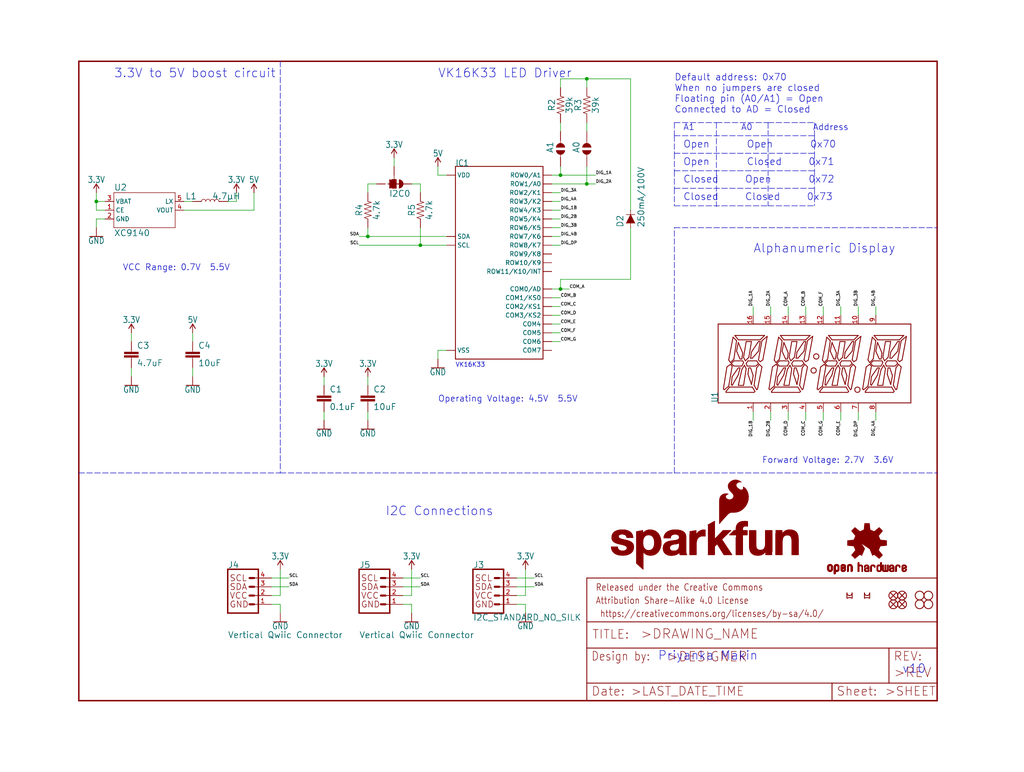
<source format=kicad_sch>
(kicad_sch (version 20211123) (generator eeschema)
  (paper "User" 297.002 223.926)
  (lib_symbols
    (symbol "eagleSchem-eagle-import:0.1UF-0603-25V-5%"
      (property "Reference" "C" (at 1.524 2.921 0))
      (property "Value" "0.1UF-0603-25V-5%" (at 1.524 -2.159 0))
      (symbol "0.1UF-0603-25V-5%_1_0"
        (pin passive line (at 0 5.08 270) (length 2.54) (name "1") (number "1"))
        (pin passive line (at 0 -2.54 90) (length 2.54) (name "2") (number "2"))
      )
    )
    (symbol "eagleSchem-eagle-import:10UF-0603-6.3V-20%"
      (property "Reference" "C" (at 1.524 2.921 0))
      (property "Value" "10UF-0603-6.3V-20%" (at 1.524 -2.159 0))
      (symbol "10UF-0603-6.3V-20%_1_0"
        (pin passive line (at 0 5.08 270) (length 2.54) (name "1") (number "1"))
        (pin passive line (at 0 -2.54 90) (length 2.54) (name "2") (number "2"))
      )
    )
    (symbol "eagleSchem-eagle-import:3.3V" (power)
      (property "Value" "3.3V" (at 0 2.794 0))
      (symbol "3.3V_1_0"
        (pin power_in line (at 0 0 90) (length 2.54) (name "3.3V") (number "1"))
      )
    )
    (symbol "eagleSchem-eagle-import:39KOHM-0603-1{slash}10W-1%"
      (property "Reference" "R" (at 0 1.524 0))
      (property "Value" "39KOHM-0603-1{slash}10W-1%" (at 0 -1.524 0))
      (symbol "39KOHM-0603-1{slash}10W-1%_1_0"
        (pin passive line (at -5.08 0 0) (length 2.54) (name "1") (number "1"))
        (pin passive line (at 5.08 0 180) (length 2.54) (name "2") (number "2"))
      )
    )
    (symbol "eagleSchem-eagle-import:4.7KOHM-0402T-1{slash}16W-1%"
      (property "Reference" "R" (at 0 1.524 0))
      (property "Value" "4.7KOHM-0402T-1{slash}16W-1%" (at 0 -1.524 0))
      (symbol "4.7KOHM-0402T-1{slash}16W-1%_1_0"
        (pin passive line (at -5.08 0 0) (length 2.54) (name "1") (number "1"))
        (pin passive line (at 5.08 0 180) (length 2.54) (name "2") (number "2"))
      )
    )
    (symbol "eagleSchem-eagle-import:4.7UF-0603-6.3V-(10%)"
      (property "Reference" "C" (at 1.524 2.921 0))
      (property "Value" "4.7UF-0603-6.3V-(10%)" (at 1.524 -2.159 0))
      (symbol "4.7UF-0603-6.3V-(10%)_1_0"
        (pin passive line (at 0 5.08 270) (length 2.54) (name "1") (number "1"))
        (pin passive line (at 0 -2.54 90) (length 2.54) (name "2") (number "2"))
      )
    )
    (symbol "eagleSchem-eagle-import:5V" (power)
      (property "Value" "5V" (at 0 2.794 0))
      (symbol "5V_1_0"
        (pin power_in line (at 0 0 90) (length 2.54) (name "5V") (number "1"))
      )
    )
    (symbol "eagleSchem-eagle-import:DIODE-BAS16J"
      (property "Reference" "D" (at -2.54 2.032 0))
      (property "Value" "DIODE-BAS16J" (at -2.54 -2.032 0))
      (symbol "DIODE-BAS16J_1_0"
        (pin passive line (at -2.54 0 0) (length 0) (name "A") (number "A"))
        (pin passive line (at 2.54 0 180) (length 0) (name "C") (number "C"))
      )
    )
    (symbol "eagleSchem-eagle-import:FIDUCIAL1X2")
    (symbol "eagleSchem-eagle-import:FRAME-LETTER"
      (symbol "FRAME-LETTER_2_0"
        (text " https://creativecommons.org/licenses/by-sa/4.0/" (at 2.54 24.13 0) (effects (font (size 1.9304 1.6408)) (justify left bottom)))
        (text ">DESIGNER" (at 23.114 11.176 0) (effects (font (size 2.7432 2.7432)) (justify left bottom)))
        (text ">DRAWING_NAME" (at 15.494 17.78 0) (effects (font (size 2.7432 2.7432)) (justify left bottom)))
        (text ">LAST_DATE_TIME" (at 12.7 1.27 0) (effects (font (size 2.54 2.54)) (justify left bottom)))
        (text ">REV" (at 88.9 6.604 0) (effects (font (size 2.7432 2.7432)) (justify left bottom)))
        (text ">SHEET" (at 86.36 1.27 0) (effects (font (size 2.54 2.54)) (justify left bottom)))
        (text "Attribution Share-Alike 4.0 License" (at 2.54 27.94 0) (effects (font (size 1.9304 1.6408)) (justify left bottom)))
        (text "Date:" (at 1.27 1.27 0) (effects (font (size 2.54 2.54)) (justify left bottom)))
        (text "Design by:" (at 1.27 11.43 0) (effects (font (size 2.54 2.159)) (justify left bottom)))
        (text "Released under the Creative Commons" (at 2.54 31.75 0) (effects (font (size 1.9304 1.6408)) (justify left bottom)))
        (text "REV:" (at 88.9 11.43 0) (effects (font (size 2.54 2.54)) (justify left bottom)))
        (text "Sheet:" (at 72.39 1.27 0) (effects (font (size 2.54 2.54)) (justify left bottom)))
        (text "TITLE:" (at 1.524 17.78 0) (effects (font (size 2.54 2.54)) (justify left bottom)))
      )
    )
    (symbol "eagleSchem-eagle-import:GND" (power)
      (property "Value" "GND" (at 0 -0.254 0))
      (symbol "GND_1_0"
        (pin power_in line (at 0 2.54 270) (length 2.54) (name "GND") (number "1"))
      )
    )
    (symbol "eagleSchem-eagle-import:I2C_STANDARD_NO_SILK"
      (property "Reference" "J" (at -5.08 7.874 0))
      (property "Value" "I2C_STANDARD_NO_SILK" (at -5.08 -5.334 0))
      (symbol "I2C_STANDARD_NO_SILK_1_0"
        (text "GND" (at -4.572 -2.54 0) (effects (font (size 1.778 1.778)) (justify left)))
        (text "SCL" (at -4.572 5.08 0) (effects (font (size 1.778 1.778)) (justify left)))
        (text "SDA" (at -4.572 2.54 0) (effects (font (size 1.778 1.778)) (justify left)))
        (text "VCC" (at -4.572 0 0) (effects (font (size 1.778 1.778)) (justify left)))
        (pin power_in line (at 7.62 -2.54 180) (length 5.08) (name "1") (number "1"))
        (pin power_in line (at 7.62 0 180) (length 5.08) (name "2") (number "2"))
        (pin passive line (at 7.62 2.54 180) (length 5.08) (name "3") (number "3"))
        (pin passive line (at 7.62 5.08 180) (length 5.08) (name "4") (number "4"))
      )
    )
    (symbol "eagleSchem-eagle-import:INDUCTOR-CDRH-4.7UH"
      (property "Reference" "L" (at 1.27 2.54 0))
      (property "Value" "INDUCTOR-CDRH-4.7UH" (at 1.27 -2.54 0))
      (symbol "INDUCTOR-CDRH-4.7UH_1_0"
        (pin passive line (at 0 5.08 270) (length 2.54) (name "1") (number "P$1"))
        (pin passive line (at 0 -5.08 90) (length 2.54) (name "2") (number "P$2"))
      )
    )
    (symbol "eagleSchem-eagle-import:JUMPER-SMT_2_NO_SILK"
      (property "Reference" "JP" (at -2.54 2.54 0))
      (property "Value" "JUMPER-SMT_2_NO_SILK" (at -2.54 -2.54 0))
      (symbol "JUMPER-SMT_2_NO_SILK_1_0"
        (pin passive line (at -5.08 0 0) (length 2.54) (name "1") (number "1"))
        (pin passive line (at 5.08 0 180) (length 2.54) (name "2") (number "2"))
      )
    )
    (symbol "eagleSchem-eagle-import:JUMPER-SMT_3_2-NC_TRACE_NO-SILK"
      (property "Reference" "JP" (at 2.54 0.381 0))
      (property "Value" "JUMPER-SMT_3_2-NC_TRACE_NO-SILK" (at 2.54 -0.381 0))
      (symbol "JUMPER-SMT_3_2-NC_TRACE_NO-SILK_1_0"
        (pin passive line (at 0 5.08 270) (length 2.54) (name "1") (number "1"))
        (pin passive line (at -5.08 0 0) (length 2.54) (name "2") (number "2"))
        (pin passive line (at 0 -5.08 90) (length 2.54) (name "3") (number "3"))
      )
    )
    (symbol "eagleSchem-eagle-import:MOUNTING_HOLE_M2-0.4X6")
    (symbol "eagleSchem-eagle-import:OSHW-LOGOMINI")
    (symbol "eagleSchem-eagle-import:QWIIC_CONNECTOR"
      (property "Reference" "J" (at -5.08 7.874 0))
      (property "Value" "QWIIC_CONNECTOR" (at -5.08 -5.334 0))
      (symbol "QWIIC_CONNECTOR_1_0"
        (text "GND" (at -4.572 -2.54 0) (effects (font (size 1.778 1.778)) (justify left)))
        (text "SCL" (at -4.572 5.08 0) (effects (font (size 1.778 1.778)) (justify left)))
        (text "SDA" (at -4.572 2.54 0) (effects (font (size 1.778 1.778)) (justify left)))
        (text "VCC" (at -4.572 0 0) (effects (font (size 1.778 1.778)) (justify left)))
        (pin power_in line (at 7.62 -2.54 180) (length 5.08) (name "1") (number "1"))
        (pin power_in line (at 7.62 0 180) (length 5.08) (name "2") (number "2"))
        (pin passive line (at 7.62 2.54 180) (length 5.08) (name "3") (number "3"))
        (pin passive line (at 7.62 5.08 180) (length 5.08) (name "4") (number "4"))
      )
    )
    (symbol "eagleSchem-eagle-import:SFE_LOGO_FLAME.1_INCH")
    (symbol "eagleSchem-eagle-import:SFE_LOGO_NAME.1_INCH")
    (symbol "eagleSchem-eagle-import:SILSMART_DISPLAY-PINK"
      (property "Reference" "U" (at -27.94 -12.7 90))
      (property "Value" "SILSMART_DISPLAY-PINK" (at 30.48 -12.7 90))
      (symbol "SILSMART_DISPLAY-PINK_1_0"
        (pin bidirectional line (at -17.78 -15.24 90) (length 2.54) (name "DIG_1B") (number "1"))
        (pin bidirectional line (at 12.7 12.7 270) (length 2.54) (name "DIG_3B") (number "10"))
        (pin bidirectional line (at 7.62 12.7 270) (length 2.54) (name "DIG_3A") (number "11"))
        (pin bidirectional line (at 2.54 12.7 270) (length 2.54) (name "COM_F") (number "12"))
        (pin bidirectional line (at -2.54 12.7 270) (length 2.54) (name "COM_B") (number "13"))
        (pin bidirectional line (at -7.62 12.7 270) (length 2.54) (name "COM_A") (number "14"))
        (pin bidirectional line (at -12.7 12.7 270) (length 2.54) (name "DIG_2A") (number "15"))
        (pin bidirectional line (at -17.78 12.7 270) (length 2.54) (name "DIG_1A") (number "16"))
        (pin bidirectional line (at -12.7 -15.24 90) (length 2.54) (name "DIG_2B") (number "2"))
        (pin bidirectional line (at -7.62 -15.24 90) (length 2.54) (name "COM_D") (number "3"))
        (pin bidirectional line (at -2.54 -15.24 90) (length 2.54) (name "COM_C") (number "4"))
        (pin bidirectional line (at 2.54 -15.24 90) (length 2.54) (name "COM_G1") (number "5"))
        (pin bidirectional line (at 7.62 -15.24 90) (length 2.54) (name "COM_E") (number "6"))
        (pin bidirectional line (at 12.7 -15.24 90) (length 2.54) (name "DIG_DP") (number "7"))
        (pin bidirectional line (at 17.78 -15.24 90) (length 2.54) (name "DIG_4A") (number "8"))
        (pin bidirectional line (at 17.78 12.7 270) (length 2.54) (name "DIG_4B") (number "9"))
      )
    )
    (symbol "eagleSchem-eagle-import:STAND-OFF")
    (symbol "eagleSchem-eagle-import:VK16K33VK16K33"
      (property "Reference" "IC" (at -12.7 27.94 0))
      (property "Value" "VK16K33VK16K33" (at -12.7 -30.48 0))
      (symbol "VK16K33VK16K33_1_0"
        (pin bidirectional line (at -15.24 -25.4 0) (length 2.54) (name "VSS") (number "1"))
        (pin bidirectional line (at 15.24 -2.54 180) (length 2.54) (name "ROW11/K10/INT") (number "10"))
        (pin bidirectional line (at 15.24 0 180) (length 2.54) (name "ROW10/K9") (number "11"))
        (pin bidirectional line (at 15.24 2.54 180) (length 2.54) (name "ROW9/K8") (number "12"))
        (pin bidirectional line (at 15.24 5.08 180) (length 2.54) (name "ROW8/K7") (number "13"))
        (pin bidirectional line (at 15.24 7.62 180) (length 2.54) (name "ROW7/K6") (number "14"))
        (pin bidirectional line (at 15.24 10.16 180) (length 2.54) (name "ROW6/K5") (number "15"))
        (pin bidirectional line (at 15.24 12.7 180) (length 2.54) (name "ROW5/K4") (number "16"))
        (pin bidirectional line (at 15.24 15.24 180) (length 2.54) (name "ROW4/K3") (number "17"))
        (pin bidirectional line (at 15.24 17.78 180) (length 2.54) (name "ROW3/K2") (number "18"))
        (pin bidirectional line (at 15.24 20.32 180) (length 2.54) (name "ROW2/K1") (number "19"))
        (pin bidirectional line (at 15.24 -7.62 180) (length 2.54) (name "COM0/AD") (number "2"))
        (pin bidirectional line (at 15.24 22.86 180) (length 2.54) (name "ROW1/A0") (number "20"))
        (pin bidirectional line (at 15.24 25.4 180) (length 2.54) (name "ROW0/A1") (number "21"))
        (pin bidirectional line (at -15.24 5.08 0) (length 2.54) (name "SCL") (number "22"))
        (pin bidirectional line (at -15.24 7.62 0) (length 2.54) (name "SDA") (number "23"))
        (pin power_in line (at -15.24 25.4 0) (length 2.54) (name "VDD") (number "24"))
        (pin bidirectional line (at 15.24 -10.16 180) (length 2.54) (name "COM1/KS0") (number "3"))
        (pin bidirectional line (at 15.24 -12.7 180) (length 2.54) (name "COM2/KS1") (number "4"))
        (pin bidirectional line (at 15.24 -15.24 180) (length 2.54) (name "COM3/KS2") (number "5"))
        (pin bidirectional line (at 15.24 -17.78 180) (length 2.54) (name "COM4") (number "6"))
        (pin bidirectional line (at 15.24 -20.32 180) (length 2.54) (name "COM5") (number "7"))
        (pin bidirectional line (at 15.24 -22.86 180) (length 2.54) (name "COM6") (number "8"))
        (pin bidirectional line (at 15.24 -25.4 180) (length 2.54) (name "COM7") (number "9"))
      )
    )
    (symbol "eagleSchem-eagle-import:XC9140"
      (property "Reference" "U" (at -7.62 5.588 0))
      (property "Value" "XC9140" (at -7.62 -7.62 0))
      (symbol "XC9140_1_0"
        (pin input line (at -10.16 0 0) (length 2.54) (name "CE") (number "1"))
        (pin power_in line (at -10.16 -2.54 0) (length 2.54) (name "GND") (number "2"))
        (pin power_in line (at -10.16 2.54 0) (length 2.54) (name "VBAT") (number "3"))
        (pin output line (at 12.7 0 180) (length 2.54) (name "VOUT") (number "4"))
        (pin input line (at 12.7 2.54 180) (length 2.54) (name "LX") (number "5"))
      )
    )
  )
  (junction (at 170.18 22.86))
  (junction (at 162.56 50.8))
  (junction (at 170.18 53.34))
  (junction (at 121.92 71.12))
  (junction (at 106.68 68.58))
  (junction (at 27.94 58.42))
  (junction (at 162.56 83.82))
  (polyline (pts (xy 222.758 59.69) (xy 236.22 59.69)))
  (wire (pts (xy 254 91.44) (xy 254 88.9)))
  (wire (pts (xy 68.58 58.42) (xy 68.58 55.88)))
  (polyline (pts (xy 81.28 17.78) (xy 81.28 137.16)))
  (wire (pts (xy 119.38 175.26) (xy 119.38 177.8)))
  (polyline (pts (xy 222.758 35.56) (xy 236.22 35.56)))
  (polyline (pts (xy 195.58 137.16) (xy 271.78 137.16)))
  (wire (pts (xy 55.88 109.22) (xy 55.88 106.68)))
  (wire (pts (xy 116.84 175.26) (xy 119.38 175.26)))
  (wire (pts (xy 149.86 170.18) (xy 154.94 170.18)))
  (wire (pts (xy 182.88 22.86) (xy 182.88 60.96)))
  (wire (pts (xy 160.02 93.98) (xy 162.56 93.98)))
  (wire (pts (xy 160.02 83.82) (xy 162.56 83.82)))
  (wire (pts (xy 182.88 81.026) (xy 182.88 66.04)))
  (wire (pts (xy 160.02 60.96) (xy 162.56 60.96)))
  (wire (pts (xy 149.86 167.64) (xy 154.94 167.64)))
  (polyline (pts (xy 236.22 54.61) (xy 236.22 59.69)))
  (polyline (pts (xy 195.58 35.56) (xy 207.772 35.56)))
  (polyline (pts (xy 195.58 49.53) (xy 195.58 54.61)))
  (wire (pts (xy 248.92 91.44) (xy 248.92 88.9)))
  (wire (pts (xy 116.84 170.18) (xy 121.92 170.18)))
  (wire (pts (xy 116.84 167.64) (xy 121.92 167.64)))
  (wire (pts (xy 152.4 175.26) (xy 152.4 177.8)))
  (polyline (pts (xy 195.58 35.56) (xy 195.58 39.37)))
  (polyline (pts (xy 195.58 39.37) (xy 236.22 39.37)))
  (polyline (pts (xy 236.22 49.53) (xy 236.22 54.61)))
  (wire (pts (xy 160.02 68.58) (xy 162.56 68.58)))
  (polyline (pts (xy 195.58 44.45) (xy 195.58 49.53)))
  (wire (pts (xy 38.1 109.22) (xy 38.1 106.68)))
  (wire (pts (xy 106.68 53.34) (xy 109.22 53.34)))
  (wire (pts (xy 248.92 119.38) (xy 248.92 121.92)))
  (polyline (pts (xy 195.58 44.45) (xy 236.22 44.45)))
  (wire (pts (xy 116.84 172.72) (xy 119.38 172.72)))
  (wire (pts (xy 93.98 121.92) (xy 93.98 119.38)))
  (polyline (pts (xy 236.22 35.56) (xy 236.22 39.37)))
  (wire (pts (xy 81.28 175.26) (xy 81.28 177.8)))
  (wire (pts (xy 170.18 53.34) (xy 172.72 53.34)))
  (wire (pts (xy 223.52 119.38) (xy 223.52 121.92)))
  (wire (pts (xy 162.56 25.4) (xy 162.56 22.86)))
  (wire (pts (xy 170.18 22.86) (xy 182.88 22.86)))
  (wire (pts (xy 160.02 58.42) (xy 162.56 58.42)))
  (wire (pts (xy 160.02 53.34) (xy 170.18 53.34)))
  (wire (pts (xy 160.02 88.9) (xy 162.56 88.9)))
  (wire (pts (xy 30.48 63.5) (xy 27.94 63.5)))
  (wire (pts (xy 66.04 58.42) (xy 68.58 58.42)))
  (wire (pts (xy 162.56 50.8) (xy 172.72 50.8)))
  (wire (pts (xy 160.02 86.36) (xy 162.56 86.36)))
  (wire (pts (xy 170.18 22.86) (xy 170.18 25.4)))
  (wire (pts (xy 152.4 172.72) (xy 152.4 165.1)))
  (wire (pts (xy 160.02 99.06) (xy 162.56 99.06)))
  (polyline (pts (xy 236.22 39.37) (xy 236.22 44.45)))
  (polyline (pts (xy 81.28 137.16) (xy 195.58 137.16)))
  (wire (pts (xy 106.68 111.76) (xy 106.68 109.22)))
  (wire (pts (xy 162.56 83.82) (xy 162.56 81.026)))
  (wire (pts (xy 160.02 96.52) (xy 162.56 96.52)))
  (wire (pts (xy 149.86 172.72) (xy 152.4 172.72)))
  (polyline (pts (xy 195.58 39.37) (xy 195.58 44.45)))
  (wire (pts (xy 55.88 96.52) (xy 55.88 99.06)))
  (wire (pts (xy 106.68 121.92) (xy 106.68 119.38)))
  (wire (pts (xy 254 119.38) (xy 254 121.92)))
  (wire (pts (xy 106.68 68.58) (xy 104.14 68.58)))
  (polyline (pts (xy 22.86 137.16) (xy 81.28 137.16)))
  (wire (pts (xy 170.18 53.34) (xy 170.18 48.26)))
  (wire (pts (xy 162.56 63.5) (xy 160.02 63.5)))
  (wire (pts (xy 121.92 53.34) (xy 121.92 55.88)))
  (polyline (pts (xy 195.58 137.16) (xy 195.58 66.04)))
  (wire (pts (xy 78.74 175.26) (xy 81.28 175.26)))
  (wire (pts (xy 238.76 119.38) (xy 238.76 121.92)))
  (polyline (pts (xy 222.758 35.56) (xy 222.758 59.69)))
  (wire (pts (xy 129.54 50.8) (xy 127 50.8)))
  (wire (pts (xy 162.56 48.26) (xy 162.56 50.8)))
  (polyline (pts (xy 207.772 35.56) (xy 207.772 59.944)))
  (wire (pts (xy 121.92 66.04) (xy 121.92 71.12)))
  (wire (pts (xy 127 101.6) (xy 127 104.14)))
  (wire (pts (xy 27.94 58.42) (xy 27.94 55.88)))
  (wire (pts (xy 228.6 91.44) (xy 228.6 88.9)))
  (wire (pts (xy 233.68 91.44) (xy 233.68 88.9)))
  (wire (pts (xy 30.48 60.96) (xy 27.94 60.96)))
  (wire (pts (xy 129.54 101.6) (xy 127 101.6)))
  (wire (pts (xy 162.56 83.82) (xy 165.1 83.82)))
  (wire (pts (xy 53.34 60.96) (xy 73.66 60.96)))
  (wire (pts (xy 160.02 91.44) (xy 162.56 91.44)))
  (wire (pts (xy 27.94 60.96) (xy 27.94 58.42)))
  (polyline (pts (xy 195.58 59.69) (xy 222.758 59.69)))
  (polyline (pts (xy 195.58 49.53) (xy 236.22 49.53)))
  (wire (pts (xy 160.02 66.04) (xy 162.56 66.04)))
  (wire (pts (xy 160.02 71.12) (xy 162.56 71.12)))
  (polyline (pts (xy 195.58 66.04) (xy 271.78 66.04)))
  (wire (pts (xy 243.84 119.38) (xy 243.84 121.92)))
  (wire (pts (xy 106.68 66.04) (xy 106.68 68.58)))
  (wire (pts (xy 218.44 91.44) (xy 218.44 88.9)))
  (wire (pts (xy 93.98 111.76) (xy 93.98 109.22)))
  (polyline (pts (xy 207.772 35.56) (xy 222.758 35.56)))
  (wire (pts (xy 129.54 71.12) (xy 121.92 71.12)))
  (wire (pts (xy 149.86 175.26) (xy 152.4 175.26)))
  (wire (pts (xy 160.02 55.88) (xy 162.56 55.88)))
  (wire (pts (xy 121.92 71.12) (xy 104.14 71.12)))
  (wire (pts (xy 162.56 38.1) (xy 162.56 35.56)))
  (wire (pts (xy 243.84 91.44) (xy 243.84 88.9)))
  (wire (pts (xy 127 50.8) (xy 127 48.26)))
  (wire (pts (xy 27.94 63.5) (xy 27.94 66.04)))
  (wire (pts (xy 238.76 91.44) (xy 238.76 88.9)))
  (wire (pts (xy 38.1 96.52) (xy 38.1 99.06)))
  (wire (pts (xy 53.34 58.42) (xy 55.88 58.42)))
  (wire (pts (xy 81.28 172.72) (xy 81.28 165.1)))
  (wire (pts (xy 81.28 172.72) (xy 78.74 172.72)))
  (polyline (pts (xy 195.58 54.61) (xy 195.58 59.69)))
  (wire (pts (xy 228.6 119.38) (xy 228.6 121.92)))
  (wire (pts (xy 170.18 38.1) (xy 170.18 35.56)))
  (wire (pts (xy 223.52 91.44) (xy 223.52 88.9)))
  (wire (pts (xy 129.54 68.58) (xy 106.68 68.58)))
  (wire (pts (xy 119.38 172.72) (xy 119.38 165.1)))
  (wire (pts (xy 73.66 60.96) (xy 73.66 55.88)))
  (wire (pts (xy 162.56 22.86) (xy 170.18 22.86)))
  (wire (pts (xy 160.02 50.8) (xy 162.56 50.8)))
  (wire (pts (xy 30.48 58.42) (xy 27.94 58.42)))
  (wire (pts (xy 162.56 81.026) (xy 182.88 81.026)))
  (wire (pts (xy 119.38 53.34) (xy 121.92 53.34)))
  (wire (pts (xy 114.3 45.72) (xy 114.3 48.26)))
  (polyline (pts (xy 236.22 44.45) (xy 236.22 49.53)))
  (wire (pts (xy 78.74 170.18) (xy 83.82 170.18)))
  (wire (pts (xy 233.68 119.38) (xy 233.68 121.92)))
  (wire (pts (xy 218.44 119.38) (xy 218.44 121.92)))
  (polyline (pts (xy 195.58 54.61) (xy 236.22 54.61)))
  (wire (pts (xy 78.74 167.64) (xy 83.82 167.64)))
  (wire (pts (xy 106.68 55.88) (xy 106.68 53.34)))
  (text "VK16K33 LED Driver" (at 127 22.86 180) (effects (font (size 2.54 2.54)) (justify left bottom)))
  (text "Open       Open       0x70" (at 198.12 43.18 180) (effects (font (size 2.032 2.032)) (justify left bottom)))
  (text "v10" (at 261.62 195.58 180) (effects (font (size 2.54 2.54)) (justify left bottom)))
  (text "Default address: 0x70\nWhen no jumpers are closed\nFloating pin (A0/A1) = Open\nConnected to AD = Closed" (at 195.58 33.02 0) (effects (font (size 1.9304 1.9304)) (justify left bottom)))
  (text "Open       Closed     0x71" (at 198.12 48.26 180) (effects (font (size 2.032 2.032)) (justify left bottom)))
  (text "Priyanka Makin" (at 190.754 191.77 180) (effects (font (size 2.54 2.54)) (justify left bottom)))
  (text "Forward Voltage: 2.7V ~{} 3.6V" (at 220.98 134.62 180) (effects (font (size 1.778 1.778)) (justify left bottom)))
  (text "3.3V to 5V boost circuit" (at 33.02 22.86 180) (effects (font (size 2.54 2.54)) (justify left bottom)))
  (text "Alphanumeric Display" (at 218.44 73.66 180) (effects (font (size 2.54 2.54)) (justify left bottom)))
  (text "A1          A0             Address" (at 198.12 38.1 180) (effects (font (size 1.778 1.778)) (justify left bottom)))
  (text "Operating Voltage: 4.5V ~{} 5.5V" (at 127 116.84 180) (effects (font (size 1.778 1.778)) (justify left bottom)))
  (text "VK16K33" (at 132.08 106.68 180) (effects (font (size 1.27 1.27)) (justify left bottom)))
  (text "Closed     Open       0x72" (at 198.12 53.34 180) (effects (font (size 2.032 2.032)) (justify left bottom)))
  (text "Closed     Closed     0x73" (at 198.12 58.42 180) (effects (font (size 2.032 2.032)) (justify left bottom)))
  (text "VCC Range: 0.7V ~{} 5.5V" (at 35.56 78.74 180) (effects (font (size 1.778 1.778)) (justify left bottom)))
  (text "I2C Connections" (at 111.76 149.86 180) (effects (font (size 2.54 2.54)) (justify left bottom)))
  (label "DIG_1B" (at 162.56 60.96 0) (effects (font (size 0.889 0.889))))
  (label "DIG_3B" (at 248.92 88.9 90) (effects (font (size 0.889 0.889))))
  (label "DIG_2B" (at 162.56 63.5 0) (effects (font (size 0.889 0.889))))
  (label "COM_C" (at 233.68 121.92 270) (effects (font (size 0.889 0.889))))
  (label "SDA" (at 154.94 170.18 0) (effects (font (size 0.889 0.889))))
  (label "DIG_2A" (at 172.72 53.34 0) (effects (font (size 0.889 0.889))))
  (label "DIG_3B" (at 162.56 66.04 0) (effects (font (size 0.889 0.889))))
  (label "DIG_DP" (at 248.92 121.92 270) (effects (font (size 0.889 0.889))))
  (label "DIG_DP" (at 162.56 71.12 0) (effects (font (size 0.889 0.889))))
  (label "DIG_4A" (at 254 121.92 270) (effects (font (size 0.889 0.889))))
  (label "COM_A" (at 228.6 88.9 90) (effects (font (size 0.889 0.889))))
  (label "DIG_1A" (at 218.44 88.9 90) (effects (font (size 0.889 0.889))))
  (label "COM_A" (at 165.1 83.82 0) (effects (font (size 0.889 0.889))))
  (label "DIG_1A" (at 172.72 50.8 0) (effects (font (size 0.889 0.889))))
  (label "COM_E" (at 162.56 93.98 0) (effects (font (size 0.889 0.889))))
  (label "SCL" (at 121.92 167.64 0) (effects (font (size 0.889 0.889))))
  (label "COM_B" (at 162.56 86.36 0) (effects (font (size 0.889 0.889))))
  (label "DIG_4A" (at 162.56 58.42 0) (effects (font (size 0.889 0.889))))
  (label "COM_D" (at 228.6 121.92 270) (effects (font (size 0.889 0.889))))
  (label "DIG_3A" (at 243.84 88.9 90) (effects (font (size 0.889 0.889))))
  (label "SCL" (at 83.82 167.64 0) (effects (font (size 0.889 0.889))))
  (label "COM_F" (at 162.56 96.52 0) (effects (font (size 0.889 0.889))))
  (label "SDA" (at 121.92 170.18 0) (effects (font (size 0.889 0.889))))
  (label "COM_B" (at 233.68 88.9 90) (effects (font (size 0.889 0.889))))
  (label "DIG_2A" (at 223.52 88.9 90) (effects (font (size 0.889 0.889))))
  (label "SCL" (at 104.14 71.12 180) (effects (font (size 0.889 0.889))))
  (label "COM_G" (at 162.56 99.06 0) (effects (font (size 0.889 0.889))))
  (label "COM_F" (at 238.76 88.9 90) (effects (font (size 0.889 0.889))))
  (label "DIG_3A" (at 162.56 55.88 0) (effects (font (size 0.889 0.889))))
  (label "DIG_4B" (at 162.56 68.58 0) (effects (font (size 0.889 0.889))))
  (label "DIG_2B" (at 223.52 121.92 270) (effects (font (size 0.889 0.889))))
  (label "SDA" (at 83.82 170.18 0) (effects (font (size 0.889 0.889))))
  (label "DIG_1B" (at 218.44 121.92 270) (effects (font (size 0.889 0.889))))
  (label "SDA" (at 104.14 68.58 180) (effects (font (size 0.889 0.889))))
  (label "COM_C" (at 162.56 88.9 0) (effects (font (size 0.889 0.889))))
  (label "SCL" (at 154.94 167.64 0) (effects (font (size 0.889 0.889))))
  (label "COM_D" (at 162.56 91.44 0) (effects (font (size 0.889 0.889))))
  (label "DIG_4B" (at 254 88.9 90) (effects (font (size 0.889 0.889))))
  (label "COM_E" (at 243.84 121.92 270) (effects (font (size 0.889 0.889))))
  (label "COM_G" (at 238.76 121.92 270) (effects (font (size 0.889 0.889))))
  (symbol (lib_id "eagleSchem-eagle-import:3.3V") (at 106.68 109.22 0) (unit 1)
    (property "Reference" "#SUPPLY3" (effects hide))
    (property "Value" "3.3V" (at 106.68 106.426 0) (effects (font (size 1.778 1.5113)) (justify bottom)))
    (property "Footprint" "eagleSchem:" (effects hide))
  )
  (symbol (lib_id "eagleSchem-eagle-import:VK16K33VK16K33") (at 144.78 76.2 0) (unit 1)
    (property "Reference" "IC1" (at 132.08 48.26 0) (effects (font (size 1.778 1.5113)) (justify left bottom)))
    (property "Value" "VK16K33VK16K33" (at 132.08 106.68 0) (effects (font (size 1.778 1.5113)) (justify left bottom)))
    (property "Footprint" "eagleSchem:VK16K33" (effects hide))
    (property "Value" "VK16K33VK16K33" (effects hide))
  )
  (symbol (lib_id "eagleSchem-eagle-import:39KOHM-0603-1{slash}10W-1%") (at 162.56 30.48 90) (unit 1)
    (property "Reference" "R2" (at 161.036 30.48 0) (effects (font (size 1.778 1.778)) (justify bottom)))
    (property "Value" "39k" (at 164.084 30.48 0) (effects (font (size 1.778 1.778)) (justify top)))
    (property "Footprint" "eagleSchem:0603" (effects hide))
  )
  (symbol (lib_id "eagleSchem-eagle-import:3.3V") (at 38.1 96.52 0) (unit 1)
    (property "Reference" "#SUPPLY10" (effects hide))
    (property "Value" "3.3V" (at 38.1 93.726 0) (effects (font (size 1.778 1.5113)) (justify bottom)))
    (property "Footprint" "eagleSchem:" (effects hide))
  )
  (symbol (lib_id "eagleSchem-eagle-import:39KOHM-0603-1{slash}10W-1%") (at 170.18 30.48 90) (unit 1)
    (property "Reference" "R3" (at 168.656 30.48 0) (effects (font (size 1.778 1.778)) (justify bottom)))
    (property "Value" "39k" (at 171.704 30.48 0) (effects (font (size 1.778 1.778)) (justify top)))
    (property "Footprint" "eagleSchem:0603" (effects hide))
  )
  (symbol (lib_id "eagleSchem-eagle-import:MOUNTING_HOLE_M2-0.4X6") (at 246.38 175.26 0) (unit 1)
    (property "Reference" "U$7" (effects hide))
    (property "Value" "MOUNTING_HOLE_M2-0.4X6" (effects hide))
    (property "Footprint" "eagleSchem:MOUNTING_HOLE_M2-0.4X6" (effects hide))
  )
  (symbol (lib_id "eagleSchem-eagle-import:5V") (at 55.88 96.52 0) (unit 1)
    (property "Reference" "#SUPPLY11" (effects hide))
    (property "Value" "5V" (at 55.88 93.726 0) (effects (font (size 1.778 1.5113)) (justify bottom)))
    (property "Footprint" "eagleSchem:" (effects hide))
  )
  (symbol (lib_id "eagleSchem-eagle-import:OSHW-LOGOMINI") (at 251.46 157.48 0) (unit 1)
    (property "Reference" "LOGO1" (effects hide))
    (property "Value" "OSHW-LOGOMINI" (effects hide))
    (property "Footprint" "eagleSchem:OSHW-LOGO-MINI" (effects hide))
  )
  (symbol (lib_id "eagleSchem-eagle-import:3.3V") (at 114.3 45.72 0) (unit 1)
    (property "Reference" "#SUPPLY1" (effects hide))
    (property "Value" "3.3V" (at 114.3 42.926 0) (effects (font (size 1.778 1.5113)) (justify bottom)))
    (property "Footprint" "eagleSchem:" (effects hide))
  )
  (symbol (lib_id "eagleSchem-eagle-import:SFE_LOGO_NAME.1_INCH") (at 175.26 165.1 0) (unit 1)
    (property "Reference" "LOGO2" (effects hide))
    (property "Value" "SFE_LOGO_NAME.1_INCH" (effects hide))
    (property "Footprint" "eagleSchem:SFE_LOGO_NAME_.1" (effects hide))
  )
  (symbol (lib_id "eagleSchem-eagle-import:10UF-0603-6.3V-20%") (at 106.68 116.84 0) (unit 1)
    (property "Reference" "C2" (at 108.204 113.919 0) (effects (font (size 1.778 1.778)) (justify left bottom)))
    (property "Value" "10uF" (at 108.204 118.999 0) (effects (font (size 1.778 1.778)) (justify left bottom)))
    (property "Footprint" "eagleSchem:0603" (effects hide))
  )
  (symbol (lib_id "eagleSchem-eagle-import:4.7KOHM-0402T-1{slash}16W-1%") (at 106.68 60.96 90) (unit 1)
    (property "Reference" "R4" (at 105.156 60.96 0) (effects (font (size 1.778 1.778)) (justify bottom)))
    (property "Value" "4.7k" (at 108.204 60.96 0) (effects (font (size 1.778 1.778)) (justify top)))
    (property "Footprint" "eagleSchem:0402-TIGHT" (effects hide))
  )
  (symbol (lib_id "eagleSchem-eagle-import:10UF-0603-6.3V-20%") (at 55.88 104.14 0) (unit 1)
    (property "Reference" "C4" (at 57.404 101.219 0) (effects (font (size 1.778 1.778)) (justify left bottom)))
    (property "Value" "10uF" (at 57.404 106.299 0) (effects (font (size 1.778 1.778)) (justify left bottom)))
    (property "Footprint" "eagleSchem:0603" (effects hide))
  )
  (symbol (lib_id "eagleSchem-eagle-import:FRAME-LETTER") (at 170.18 203.2 0) (unit 2)
    (property "Reference" "FRAME1" (effects hide))
    (property "Value" "FRAME-LETTER" (effects hide))
    (property "Footprint" "eagleSchem:CREATIVE_COMMONS" (effects hide))
  )
  (symbol (lib_id "eagleSchem-eagle-import:3.3V") (at 27.94 55.88 0) (unit 1)
    (property "Reference" "#SUPPLY5" (effects hide))
    (property "Value" "3.3V" (at 27.94 53.086 0) (effects (font (size 1.778 1.5113)) (justify bottom)))
    (property "Footprint" "eagleSchem:" (effects hide))
  )
  (symbol (lib_id "eagleSchem-eagle-import:QWIIC_CONNECTOR") (at 109.22 172.72 0) (unit 1)
    (property "Reference" "J5" (at 104.14 164.846 0) (effects (font (size 1.778 1.778)) (justify left bottom)))
    (property "Value" "Vertical Qwiic Connector" (at 104.14 183.134 0) (effects (font (size 1.778 1.778)) (justify left top)))
    (property "Footprint" "eagleSchem:JST04_1MM_VERT" (effects hide))
  )
  (symbol (lib_id "eagleSchem-eagle-import:STAND-OFF") (at 266.7 172.72 0) (unit 1)
    (property "Reference" "H1" (effects hide))
    (property "Value" "STAND-OFF" (effects hide))
    (property "Footprint" "eagleSchem:STAND-OFF" (effects hide))
  )
  (symbol (lib_id "eagleSchem-eagle-import:GND") (at 27.94 68.58 0) (unit 1)
    (property "Reference" "#GND5" (effects hide))
    (property "Value" "GND" (at 27.94 68.834 0) (effects (font (size 1.778 1.5113)) (justify top)))
    (property "Footprint" "eagleSchem:" (effects hide))
  )
  (symbol (lib_id "eagleSchem-eagle-import:GND") (at 152.4 180.34 0) (unit 1)
    (property "Reference" "#GND4" (effects hide))
    (property "Value" "GND" (at 152.4 180.594 0) (effects (font (size 1.778 1.5113)) (justify top)))
    (property "Footprint" "eagleSchem:" (effects hide))
  )
  (symbol (lib_id "eagleSchem-eagle-import:I2C_STANDARD_NO_SILK") (at 142.24 172.72 0) (unit 1)
    (property "Reference" "J3" (at 137.16 164.846 0) (effects (font (size 1.778 1.778)) (justify left bottom)))
    (property "Value" "I2C_STANDARD_NO_SILK" (at 137.16 178.054 0) (effects (font (size 1.778 1.778)) (justify left top)))
    (property "Footprint" "eagleSchem:1X04_NO_SILK" (effects hide))
  )
  (symbol (lib_id "eagleSchem-eagle-import:FIDUCIAL1X2") (at 261.62 175.26 0) (unit 1)
    (property "Reference" "FD3" (effects hide))
    (property "Value" "FIDUCIAL1X2" (effects hide))
    (property "Footprint" "eagleSchem:FIDUCIAL-1X2" (effects hide))
  )
  (symbol (lib_id "eagleSchem-eagle-import:SFE_LOGO_NAME.1_INCH") (at 175.26 165.1 0) (unit 1)
    (property "Reference" "LOGO3" (effects hide))
    (property "Value" "SFE_LOGO_NAME.1_INCH" (effects hide))
    (property "Footprint" "eagleSchem:SFE_LOGO_NAME_.1" (effects hide))
  )
  (symbol (lib_id "eagleSchem-eagle-import:4.7UF-0603-6.3V-(10%)") (at 38.1 104.14 0) (unit 1)
    (property "Reference" "C3" (at 39.624 101.219 0) (effects (font (size 1.778 1.778)) (justify left bottom)))
    (property "Value" "4.7uF" (at 39.624 106.299 0) (effects (font (size 1.778 1.778)) (justify left bottom)))
    (property "Footprint" "eagleSchem:0603" (effects hide))
  )
  (symbol (lib_id "eagleSchem-eagle-import:JUMPER-SMT_3_2-NC_TRACE_NO-SILK") (at 114.3 53.34 270) (unit 1)
    (property "Reference" "I2C0" (at 112.776 57.15 90) (effects (font (size 1.778 1.778)) (justify left bottom)))
    (property "Value" "JUMPER-SMT_3_2-NC_TRACE_NO-SILK" (effects hide))
    (property "Footprint" "eagleSchem:SMT-JUMPER_3_2-NC_TRACE_NO-SILK" (effects hide))
  )
  (symbol (lib_id "eagleSchem-eagle-import:0.1UF-0603-25V-5%") (at 93.98 116.84 0) (unit 1)
    (property "Reference" "C1" (at 95.504 113.919 0) (effects (font (size 1.778 1.778)) (justify left bottom)))
    (property "Value" "0.1uF" (at 95.504 118.999 0) (effects (font (size 1.778 1.778)) (justify left bottom)))
    (property "Footprint" "eagleSchem:0603" (effects hide))
  )
  (symbol (lib_id "eagleSchem-eagle-import:FIDUCIAL1X2") (at 259.08 172.72 0) (unit 1)
    (property "Reference" "FD1" (effects hide))
    (property "Value" "FIDUCIAL1X2" (effects hide))
    (property "Footprint" "eagleSchem:FIDUCIAL-1X2" (effects hide))
  )
  (symbol (lib_id "eagleSchem-eagle-import:STAND-OFF") (at 269.24 175.26 0) (unit 1)
    (property "Reference" "H4" (effects hide))
    (property "Value" "STAND-OFF" (effects hide))
    (property "Footprint" "eagleSchem:STAND-OFF" (effects hide))
  )
  (symbol (lib_id "eagleSchem-eagle-import:QWIIC_CONNECTOR") (at 71.12 172.72 0) (unit 1)
    (property "Reference" "J4" (at 66.04 164.846 0) (effects (font (size 1.778 1.778)) (justify left bottom)))
    (property "Value" "Vertical Qwiic Connector" (at 66.04 183.134 0) (effects (font (size 1.778 1.778)) (justify left top)))
    (property "Footprint" "eagleSchem:JST04_1MM_VERT" (effects hide))
  )
  (symbol (lib_id "eagleSchem-eagle-import:GND") (at 119.38 180.34 0) (unit 1)
    (property "Reference" "#GND8" (effects hide))
    (property "Value" "GND" (at 119.38 180.594 0) (effects (font (size 1.778 1.5113)) (justify top)))
    (property "Footprint" "eagleSchem:" (effects hide))
  )
  (symbol (lib_id "eagleSchem-eagle-import:INDUCTOR-CDRH-4.7UH") (at 60.96 58.42 90) (unit 1)
    (property "Reference" "L1" (at 57.15 55.88 90) (effects (font (size 1.778 1.778)) (justify left bottom)))
    (property "Value" "4.7µH" (at 61.468 55.88 90) (effects (font (size 1.778 1.778)) (justify right bottom)))
    (property "Footprint" "eagleSchem:INDUCTOR_4.7UH" (effects hide))
  )
  (symbol (lib_id "eagleSchem-eagle-import:3.3V") (at 68.58 55.88 0) (unit 1)
    (property "Reference" "#SUPPLY12" (effects hide))
    (property "Value" "3.3V" (at 68.58 53.086 0) (effects (font (size 1.778 1.5113)) (justify bottom)))
    (property "Footprint" "eagleSchem:" (effects hide))
  )
  (symbol (lib_id "eagleSchem-eagle-import:5V") (at 127 48.26 0) (unit 1)
    (property "Reference" "#SUPPLY6" (effects hide))
    (property "Value" "5V" (at 127 45.466 0) (effects (font (size 1.778 1.5113)) (justify bottom)))
    (property "Footprint" "eagleSchem:" (effects hide))
  )
  (symbol (lib_id "eagleSchem-eagle-import:FRAME-LETTER") (at 22.86 203.2 0) (unit 1)
    (property "Reference" "FRAME1" (effects hide))
    (property "Value" "FRAME-LETTER" (effects hide))
    (property "Footprint" "eagleSchem:CREATIVE_COMMONS" (effects hide))
  )
  (symbol (lib_id "eagleSchem-eagle-import:5V") (at 73.66 55.88 0) (unit 1)
    (property "Reference" "#SUPPLY13" (effects hide))
    (property "Value" "5V" (at 73.66 53.086 0) (effects (font (size 1.778 1.5113)) (justify bottom)))
    (property "Footprint" "eagleSchem:" (effects hide))
  )
  (symbol (lib_id "eagleSchem-eagle-import:DIODE-BAS16J") (at 182.88 63.5 90) (unit 1)
    (property "Reference" "D2" (at 180.848 66.04 0) (effects (font (size 1.778 1.778)) (justify left bottom)))
    (property "Value" "250mA/100V" (at 184.912 66.04 0) (effects (font (size 1.778 1.778)) (justify left top)))
    (property "Footprint" "eagleSchem:SOD-323" (effects hide))
  )
  (symbol (lib_id "eagleSchem-eagle-import:3.3V") (at 81.28 165.1 0) (unit 1)
    (property "Reference" "#SUPPLY7" (effects hide))
    (property "Value" "3.3V" (at 81.28 162.306 0) (effects (font (size 1.778 1.5113)) (justify bottom)))
    (property "Footprint" "eagleSchem:" (effects hide))
  )
  (symbol (lib_id "eagleSchem-eagle-import:GND") (at 81.28 180.34 0) (unit 1)
    (property "Reference" "#GND7" (effects hide))
    (property "Value" "GND" (at 81.28 180.594 0) (effects (font (size 1.778 1.5113)) (justify top)))
    (property "Footprint" "eagleSchem:" (effects hide))
  )
  (symbol (lib_id "eagleSchem-eagle-import:GND") (at 106.68 124.46 0) (unit 1)
    (property "Reference" "#GND3" (effects hide))
    (property "Value" "GND" (at 106.68 124.714 0) (effects (font (size 1.778 1.5113)) (justify top)))
    (property "Footprint" "eagleSchem:" (effects hide))
  )
  (symbol (lib_id "eagleSchem-eagle-import:SFE_LOGO_FLAME.1_INCH") (at 208.28 152.4 0) (unit 1)
    (property "Reference" "LOGO4" (effects hide))
    (property "Value" "SFE_LOGO_FLAME.1_INCH" (effects hide))
    (property "Footprint" "eagleSchem:SFE_LOGO_FLAME_.1" (effects hide))
  )
  (symbol (lib_id "eagleSchem-eagle-import:3.3V") (at 152.4 165.1 0) (unit 1)
    (property "Reference" "#SUPPLY4" (effects hide))
    (property "Value" "3.3V" (at 152.4 162.306 0) (effects (font (size 1.778 1.5113)) (justify bottom)))
    (property "Footprint" "eagleSchem:" (effects hide))
  )
  (symbol (lib_id "eagleSchem-eagle-import:JUMPER-SMT_2_NO_SILK") (at 162.56 43.18 90) (unit 1)
    (property "Reference" "A1" (at 160.528 44.45 0) (effects (font (size 1.778 1.778)) (justify left bottom)))
    (property "Value" "JUMPER-SMT_2_NO_SILK" (effects hide))
    (property "Footprint" "eagleSchem:SMT-JUMPER_2_NO_SILK" (effects hide))
  )
  (symbol (lib_id "eagleSchem-eagle-import:FIDUCIAL1X2") (at 261.62 172.72 0) (unit 1)
    (property "Reference" "FD2" (effects hide))
    (property "Value" "FIDUCIAL1X2" (effects hide))
    (property "Footprint" "eagleSchem:FIDUCIAL-1X2" (effects hide))
  )
  (symbol (lib_id "eagleSchem-eagle-import:SILSMART_DISPLAY-PINK") (at 236.22 104.14 0) (unit 1)
    (property "Reference" "U1" (at 208.28 116.84 90) (effects (font (size 1.778 1.5113)) (justify left bottom)))
    (property "Value" "Alphanumeric Display" (at 266.7 116.84 90) (effects (font (size 1.778 1.5113)) (justify left bottom)))
    (property "Footprint" "eagleSchem:SILSMART_DISPLAY" (effects hide))
    (property "Value" "Alphanumeric Display" (effects hide))
  )
  (symbol (lib_id "eagleSchem-eagle-import:GND") (at 127 106.68 0) (unit 1)
    (property "Reference" "#GND6" (effects hide))
    (property "Value" "GND" (at 127 106.934 0) (effects (font (size 1.778 1.5113)) (justify top)))
    (property "Footprint" "eagleSchem:" (effects hide))
  )
  (symbol (lib_id "eagleSchem-eagle-import:4.7KOHM-0402T-1{slash}16W-1%") (at 121.92 60.96 90) (unit 1)
    (property "Reference" "R5" (at 120.396 60.96 0) (effects (font (size 1.778 1.778)) (justify bottom)))
    (property "Value" "4.7k" (at 123.444 60.96 0) (effects (font (size 1.778 1.778)) (justify top)))
    (property "Footprint" "eagleSchem:0402-TIGHT" (effects hide))
  )
  (symbol (lib_id "eagleSchem-eagle-import:MOUNTING_HOLE_M2-0.4X6") (at 251.46 175.26 0) (unit 1)
    (property "Reference" "U$3" (effects hide))
    (property "Value" "MOUNTING_HOLE_M2-0.4X6" (effects hide))
    (property "Footprint" "eagleSchem:MOUNTING_HOLE_M2-0.4X6" (effects hide))
  )
  (symbol (lib_id "eagleSchem-eagle-import:GND") (at 93.98 124.46 0) (unit 1)
    (property "Reference" "#GND2" (effects hide))
    (property "Value" "GND" (at 93.98 124.714 0) (effects (font (size 1.778 1.5113)) (justify top)))
    (property "Footprint" "eagleSchem:" (effects hide))
  )
  (symbol (lib_id "eagleSchem-eagle-import:STAND-OFF") (at 269.24 172.72 0) (unit 1)
    (property "Reference" "H3" (effects hide))
    (property "Value" "STAND-OFF" (effects hide))
    (property "Footprint" "eagleSchem:STAND-OFF" (effects hide))
  )
  (symbol (lib_id "eagleSchem-eagle-import:XC9140") (at 40.64 60.96 0) (unit 1)
    (property "Reference" "U2" (at 33.02 55.372 0) (effects (font (size 1.778 1.778)) (justify left bottom)))
    (property "Value" "XC9140" (at 33.02 68.58 0) (effects (font (size 1.778 1.778)) (justify left bottom)))
    (property "Footprint" "eagleSchem:SOT23-5" (effects hide))
  )
  (symbol (lib_id "eagleSchem-eagle-import:STAND-OFF") (at 266.7 175.26 0) (unit 1)
    (property "Reference" "H2" (effects hide))
    (property "Value" "STAND-OFF" (effects hide))
    (property "Footprint" "eagleSchem:STAND-OFF" (effects hide))
  )
  (symbol (lib_id "eagleSchem-eagle-import:3.3V") (at 119.38 165.1 0) (unit 1)
    (property "Reference" "#SUPPLY8" (effects hide))
    (property "Value" "3.3V" (at 119.38 162.306 0) (effects (font (size 1.778 1.5113)) (justify bottom)))
    (property "Footprint" "eagleSchem:" (effects hide))
  )
  (symbol (lib_id "eagleSchem-eagle-import:GND") (at 55.88 111.76 0) (unit 1)
    (property "Reference" "#GND10" (effects hide))
    (property "Value" "GND" (at 55.88 112.014 0) (effects (font (size 1.778 1.5113)) (justify top)))
    (property "Footprint" "eagleSchem:" (effects hide))
  )
  (symbol (lib_id "eagleSchem-eagle-import:GND") (at 38.1 111.76 0) (unit 1)
    (property "Reference" "#GND9" (effects hide))
    (property "Value" "GND" (at 38.1 112.014 0) (effects (font (size 1.778 1.5113)) (justify top)))
    (property "Footprint" "eagleSchem:" (effects hide))
  )
  (symbol (lib_id "eagleSchem-eagle-import:JUMPER-SMT_2_NO_SILK") (at 170.18 43.18 90) (unit 1)
    (property "Reference" "A0" (at 168.148 44.45 0) (effects (font (size 1.778 1.778)) (justify left bottom)))
    (property "Value" "JUMPER-SMT_2_NO_SILK" (effects hide))
    (property "Footprint" "eagleSchem:SMT-JUMPER_2_NO_SILK" (effects hide))
  )
  (symbol (lib_id "eagleSchem-eagle-import:3.3V") (at 93.98 109.22 0) (unit 1)
    (property "Reference" "#SUPPLY2" (effects hide))
    (property "Value" "3.3V" (at 93.98 106.426 0) (effects (font (size 1.778 1.5113)) (justify bottom)))
    (property "Footprint" "eagleSchem:" (effects hide))
  )
  (symbol (lib_id "eagleSchem-eagle-import:FIDUCIAL1X2") (at 259.08 175.26 0) (unit 1)
    (property "Reference" "FD4" (effects hide))
    (property "Value" "FIDUCIAL1X2" (effects hide))
    (property "Footprint" "eagleSchem:FIDUCIAL-1X2" (effects hide))
  )
)
</source>
